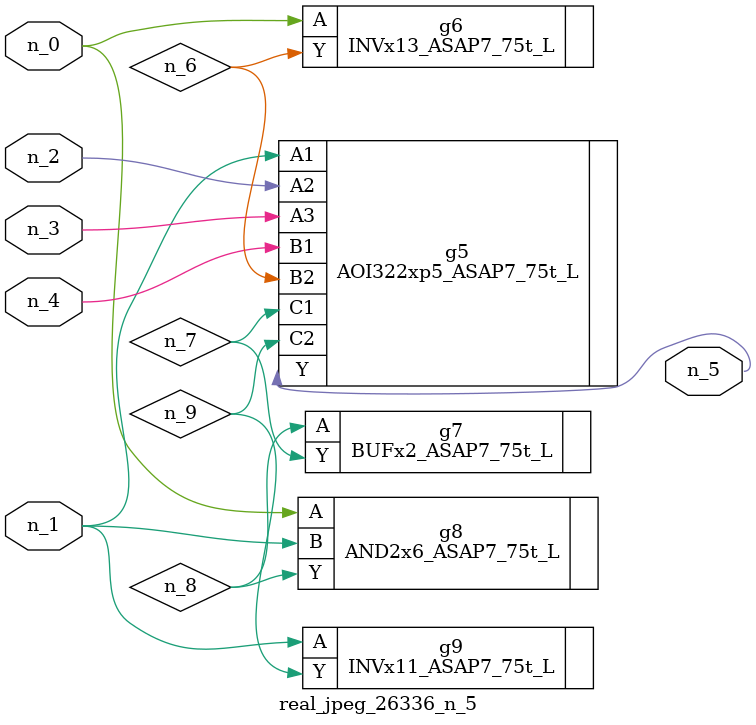
<source format=v>
module real_jpeg_26336_n_5 (n_4, n_0, n_1, n_2, n_3, n_5);

input n_4;
input n_0;
input n_1;
input n_2;
input n_3;

output n_5;

wire n_8;
wire n_6;
wire n_7;
wire n_9;

INVx13_ASAP7_75t_L g6 ( 
.A(n_0),
.Y(n_6)
);

AND2x6_ASAP7_75t_L g8 ( 
.A(n_0),
.B(n_1),
.Y(n_8)
);

AOI322xp5_ASAP7_75t_L g5 ( 
.A1(n_1),
.A2(n_2),
.A3(n_3),
.B1(n_4),
.B2(n_6),
.C1(n_7),
.C2(n_9),
.Y(n_5)
);

INVx11_ASAP7_75t_L g9 ( 
.A(n_1),
.Y(n_9)
);

BUFx2_ASAP7_75t_L g7 ( 
.A(n_8),
.Y(n_7)
);


endmodule
</source>
